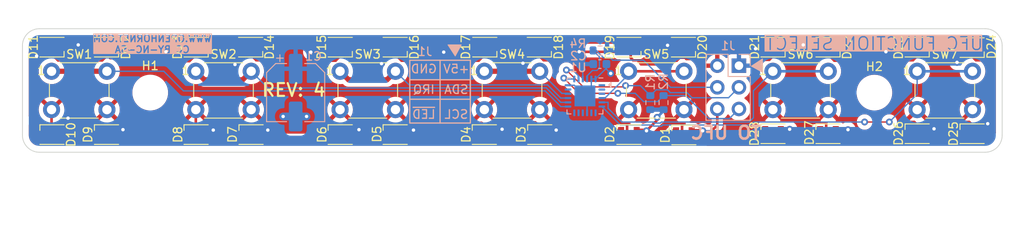
<source format=kicad_pcb>
(kicad_pcb (version 20240108) (generator "pcbnew") (generator_version "8.0")
  (layers (0 "F.Cu" mixed) (31 "B.Cu" mixed) (34 "B.Paste" user) (35 "F.Paste" user) (36 "B.SilkS" user "B.Silkscreen") (37 "F.SilkS" user "F.Silkscreen") (38 "B.Mask" user) (39 "F.Mask" user) (44 "Edge.Cuts" user))
  (net 0 "")
  (net 1 "GND")
  (net 2 "+5V")
  (net 3 "SCL")
  (net 4 "SDA")
  (net 5 "/ILS_SW")
  (net 6 "/IFF_SW")
  (net 7 "/TCN_SW")
  (net 8 "/AP_SW")
  (net 9 "Net-(D1-DOUT)")
  (net 11 "/BCN_SW")
  (net 12 "/ON_SW")
  (net 13 "/DL_SW")
  (net 22 "BL DATA")
  (net 23 "Net-(D2-DOUT)")
  (net 24 "Net-(D3-DOUT)")
  (net 25 "Net-(D4-DOUT)")
  (net 26 "Net-(D5-DOUT)")
  (net 27 "Net-(D6-DOUT)")
  (net 28 "Net-(D7-DOUT)")
  (net 29 "/BL_DATA2")
  (net 30 "Net-(D10-DIN)")
  (net 31 "Net-(D10-DOUT)")
  (net 32 "Net-(D11-DOUT)")
  (net 33 "Net-(D12-DOUT)")
  (net 34 "Net-(D13-DOUT)")
  (net 35 "Net-(D14-DOUT)")
  (net 36 "Net-(D15-DOUT)")
  (net 37 "/BL_DATA3")
  (net 38 "Net-(D17-DOUT)")
  (net 39 "Net-(D18-DOUT)")
  (net 40 "Net-(D19-DOUT)")
  (net 41 "Net-(D20-DOUT)")
  (net 42 "Net-(D21-DOUT)")
  (net 43 "Net-(D22-DOUT)")
  (net 44 "Net-(D23-DOUT)")
  (net 45 "/BL_DATA4")
  (net 46 "Net-(D25-DOUT)")
  (net 47 "Net-(D26-DOUT)")
  (net 48 "Net-(D27-DOUT)")
  (net 50 "KB_IRQ")
  (footprint "OH_Footprints:MountingHole_3.2mm_M3_DIN965" (layer "F.Cu") (at 191.005498 90.721398)
    (property "Reference" "H2")
    (property "Value" "~" (hide yes))
  )
  (footprint "OH_Footprints:MountingHole_3.2mm_M3_DIN965" (layer "F.Cu") (at 106.005498 90.721398)
    (property "Reference" "H1")
    (property "Value" "~" (hide yes))
  )
  (footprint "OH_Footprints:LED_WS2812B-2020_PLCC4_2.0x2.0mm" (layer "F.Cu") (at 196.023098 85.387398 180)
    (property "Reference" "D23")
    (property "Value" "WS2812B-2020")
  )
  (footprint "OH_Footprints:LED_WS2812B-2020_PLCC4_2.0x2.0mm" (layer "F.Cu") (at 145.223098 95.648998)
    (property "Reference" "D4")
    (property "Value" "WS2812B-2020")
  )
  (footprint "OH_Footprints:LED_WS2812B-2020_PLCC4_2.0x2.0mm" (layer "F.Cu") (at 151.725498 95.648998)
    (property "Reference" "D3")
    (property "Value" "WS2812B-2020")
  )
  (footprint "OH_Footprints:LED_WS2812B-2020_PLCC4_2.0x2.0mm" (layer "F.Cu") (at 185.558298 95.547398)
    (property "Reference" "D27")
    (property "Value" "WS2812B-2020")
  )
  (footprint "OH_Footprints:LED_WS2812B-2020_PLCC4_2.0x2.0mm" (layer "F.Cu") (at 168.641298 95.690998)
    (property "Reference" "D1")
    (property "Value" "WS2812B-2020")
  )
  (footprint "OH_Footprints:LED_WS2812B-2020_PLCC4_2.0x2.0mm" (layer "F.Cu") (at 196.023098 95.547398)
    (property "Reference" "D26")
    (property "Value" "WS2812B-2020")
  )
  (footprint "OH_Footprints:LED_WS2812B-2020_PLCC4_2.0x2.0mm" (layer "F.Cu") (at 128.306698 85.387398 180)
    (property "Reference" "D15")
    (property "Value" "WS2812B-2020")
  )
  (footprint "OH_Footprints:Omron_B3F-1026" (layer "F.Cu") (at 196.022998 88.216998)
    (property "Reference" "SW7")
    (property "Value" "B3F-1026")
  )
  (footprint "OH_Footprints:LED_WS2812B-2020_PLCC4_2.0x2.0mm" (layer "F.Cu") (at 168.591098 85.387398 180)
    (property "Reference" "D20")
    (property "Value" "WS2812B-2020")
  )
  (footprint "OH_Footprints:LED_WS2812B-2020_PLCC4_2.0x2.0mm" (layer "F.Cu") (at 111.390298 85.387398 180)
    (property "Reference" "D13")
    (property "Value" "WS2812B-2020")
  )
  (footprint "OH_Footprints:Omron_B3F-1026" (layer "F.Cu") (at 145.222998 88.216998)
    (property "Reference" "SW4")
    (property "Value" "B3F-1026")
  )
  (footprint "OH_Footprints:Omron_B3F-1026" (layer "F.Cu") (at 128.2897 88.217)
    (property "Reference" "SW3")
    (property "Value" "B3F-1026")
  )
  (footprint "OH_Footprints:LED_WS2812B-2020_PLCC4_2.0x2.0mm" (layer "F.Cu") (at 94.473898 95.648998)
    (property "Reference" "D10")
    (property "Value" "WS2812B-2020")
  )
  (footprint "OH_Footprints:Omron_B3F-1026" (layer "F.Cu") (at 111.356331 88.216998)
    (property "Reference" "SW2")
    (property "Value" "B3F-1026")
  )
  (footprint "OH_Footprints:LED_WS2812B-2020_PLCC4_2.0x2.0mm" (layer "F.Cu") (at 202.474698 95.547398)
    (property "Reference" "D25")
    (property "Value" "WS2812B-2020")
  )
  (footprint "OH_Footprints:LED_WS2812B-2020_PLCC4_2.0x2.0mm" (layer "F.Cu") (at 117.841898 95.648998)
    (property "Reference" "D7")
    (property "Value" "WS2812B-2020")
  )
  (footprint "OH_Footprints:LED_WS2812B-2020_PLCC4_2.0x2.0mm" (layer "F.Cu") (at 162.190298 95.648998)
    (property "Reference" "D2")
    (property "Value" "WS2812B-2020")
  )
  (footprint "OH_Footprints:LED_WS2812B-2020_PLCC4_2.0x2.0mm" (layer "F.Cu") (at 202.474698 85.438198 180)
    (property "Reference" "D24")
    (property "Value" "WS2812B-2020")
  )
  (footprint "OH_Footprints:LED_WS2812B-2020_PLCC4_2.0x2.0mm" (layer "F.Cu") (at 128.306698 95.648998)
    (property "Reference" "D6")
    (property "Value" "WS2812B-2020")
  )
  (footprint "OH_Footprints:LED_WS2812B-2020_PLCC4_2.0x2.0mm" (layer "F.Cu") (at 134.758298 85.387398 180)
    (property "Reference" "D16")
    (property "Value" "WS2812B-2020")
  )
  (footprint "OH_Footprints:LED_WS2812B-2020_PLCC4_2.0x2.0mm" (layer "F.Cu") (at 162.190298 85.387398 180)
    (property "Reference" "D19")
    (property "Value" "WS2812B-2020")
  )
  (footprint "OH_Footprints:Omron_B3F-1026" (layer "F.Cu") (at 94.422998 88.216998)
    (property "Reference" "SW1")
    (property "Value" "B3F-1026")
  )
  (footprint "OH_Footprints:LED_WS2812B-2020_PLCC4_2.0x2.0mm" (layer "F.Cu") (at 94.473898 85.387398 180)
    (property "Reference" "D11")
    (property "Value" "WS2812B-2020")
  )
  (footprint "OH_Footprints:Omron_B3F-1026" (layer "F.Cu") (at 179.089665 88.216998)
    (property "Reference" "SW6")
    (property "Value" "B3F-1026")
  )
  (footprint "OH_Footprints:LED_WS2812B-2020_PLCC4_2.0x2.0mm" (layer "F.Cu") (at 134.758298 95.648998)
    (property "Reference" "D5")
    (property "Value" "WS2812B-2020")
  )
  (footprint "OH_Footprints:LED_WS2812B-2020_PLCC4_2.0x2.0mm" (layer "F.Cu") (at 179.106698 85.387398 180)
    (property "Reference" "D21")
    (property "Value" "WS2812B-2020")
  )
  (footprint "OH_Footprints:LED_WS2812B-2020_PLCC4_2.0x2.0mm" (layer "F.Cu") (at 100.874698 95.648998)
    (property "Reference" "D9")
    (property "Value" "WS2812B-2020")
  )
  (footprint "OH_Footprints:LED_WS2812B-2020_PLCC4_2.0x2.0mm" (layer "F.Cu") (at 111.390298 95.648998)
    (property "Reference" "D8")
    (property "Value" "WS2812B-2020")
  )
  (footprint "OH_Footprints:Omron_B3F-1026" (layer "F.Cu") (at 162.156331 88.216998)
    (property "Reference" "SW5")
    (property "Value" "B3F-1026")
  )
  (footprint "OH_Footprints:LED_WS2812B-2020_PLCC4_2.0x2.0mm" (layer "F.Cu") (at 117.791098 85.387398 180)
    (property "Reference" "D14")
    (property "Value" "WS2812B-2020")
  )
  (footprint "OH_Footprints:LED_WS2812B-2020_PLCC4_2.0x2.0mm" (layer "F.Cu") (at 185.558298 85.387398 180)
    (property "Reference" "D22")
    (property "Value" "WS2812B-2020")
  )
  (footprint "OH_Footprints:LED_WS2812B-2020_PLCC4_2.0x2.0mm" (layer "F.Cu") (at 100.874698 85.387398 180)
    (property "Reference" "D12")
    (property "Value" "WS2812B-2020")
  )
  (footprint "OH_Footprints:LED_WS2812B-2020_PLCC4_2.0x2.0mm" (layer "F.Cu") (at 179.106698 95.547398)
    (property "Reference" "D28")
    (property "Value" "WS2812B-2020")
  )
  (footprint "OH_Footprints:LED_WS2812B-2020_PLCC4_2.0x2.0mm" (layer "F.Cu") (at 145.273898 85.387398 180)
    (property "Reference" "D17")
    (property "Value" "WS2812B-2020")
  )
  (footprint "OH_Footprints:LED_WS2812B-2020_PLCC4_2.0x2.0mm" (layer "F.Cu") (at 151.674698 85.387398 180)
    (property "Reference" "D18")
    (property "Value" "WS2812B-2020")
  )
  (footprint "Connector_PinHeader_2.54mm:PinHeader_2x03_P2.54mm_Vertical" (layer "B.Cu") (at 175.105498 87.561398 180)
    (property "Reference" "J1")
    (property "Value" "TO UFC")
  )
  (footprint "Package_DFN_QFN:VQFN-24-1EP_4x4mm_P0.5mm_EP2.45x2.45mm" (layer "B.Cu") (at 157.030258 91.110638 180)
    (property "Reference" "U1")
    (property "Value" "PCA9555RGER")
  )
  (footprint "Capacitor_SMD:CP_Elec_6.3x5.4" (layer "B.Cu") (at 123.074298 90.721398 -90)
    (property "Reference" "C1")
    (property "Value" "100uF")
  )
  (footprint "Resistor_SMD:R_0603_1608Metric" (layer "B.Cu") (at 164.705498 91.896398 90)
    (property "Reference" "R1")
    (property "Value" "4.7k")
  )
  (footprint "Resistor_SMD:R_0603_1608Metric" (layer "B.Cu") (at 166.255498 91.896398 -90)
    (property "Reference" "R2")
    (property "Value" "4.7k")
  )
  (footprint "Capacitor_SMD:C_0603_1608Metric" (layer "B.Cu") (at 158.780498 87.371398 180)
    (property "Reference" "C2")
    (property "Value" ".1uF")
  )
  (footprint "Resistor_SMD:R_0603_1608Metric" (layer "B.Cu") (at 158.805498 85.771398)
    (property "Reference" "R4")
    (property "Value" "10K")
  )
  (gr_line (start 143.583498 91.498398) (end 143.583498 89.212398) (stroke (width 0.15)) (layer "B.SilkS"))
  (gr_poly (pts (xy 177.869187 88.318217) (xy 176.569187 87.618217) (xy 177.869187 86.768217)) (stroke (width 0.1)) (fill solid) (layer "B.SilkS"))
  (gr_line (start 140.027498 86.926398) (end 140.027498 94.292398) (stroke (width 0.15)) (layer "B.SilkS"))
  (gr_poly (pts (xy 159.805498 89.821398) (xy 160.105498 89.521398) (xy 160.105498 90.121398)) (stroke (width 0.1)) (fill solid) (layer "B.SilkS"))
  (gr_line (start 143.583498 89.212398) (end 136.471498 89.212398) (stroke (width 0.15)) (layer "B.SilkS"))
  (gr_line (start 136.471498 91.498398) (end 143.583498 91.498398) (stroke (width 0.15)) (layer "B.SilkS"))
  (gr_poly (pts (xy 142.505498 85.118398) (xy 141.805498 86.418398) (xy 140.955498 85.118398)) (stroke (width 0.1)) (fill solid) (layer "B.SilkS"))
  (gr_rect (start 136.471498 86.926398) (end 143.583498 94.292398) (stroke (width 0.15)) (fill none) (layer "B.SilkS"))
  (gr_line (start 91.005498 95.721398) (end 91.005498 85.221398) (stroke (width 0.1)) (layer "Edge.Cuts"))
  (gr_arc (start 91.005498 85.221398) (mid 91.591284 83.807184) (end 93.005498 83.221398) (stroke (width 0.1)) (layer "Edge.Cuts"))
  (gr_arc (start 206.005498 95.721398) (mid 205.419712 97.135612) (end 204.005498 97.721398) (stroke (width 0.1)) (layer "Edge.Cuts"))
  (gr_line (start 93.005498 83.221398) (end 204.005498 83.221398) (stroke (width 0.1)) (layer "Edge.Cuts"))
  (gr_line (start 204.005498 97.721398) (end 93.005498 97.721398) (stroke (width 0.1)) (layer "Edge.Cuts"))
  (gr_arc (start 93.005498 97.721398) (mid 91.591284 97.135612) (end 91.005498 95.721398) (stroke (width 0.1)) (layer "Edge.Cuts"))
  (gr_line (start 206.005498 85.221398) (end 206.005498 95.721398) (stroke (width 0.1)) (layer "Edge.Cuts"))
  (gr_arc (start 204.005498 83.221398) (mid 205.419712 83.807184) (end 206.005498 85.221398) (stroke (width 0.1)) (layer "Edge.Cuts"))
  (gr_text "WWW.OPENHORNET.COM\nCC BY-NC-SA" (at 106.245498 85.021398 0) (layer "B.SilkS" knockout) (effects (font (size 0.8 0.8)) (justify mirror)))
  (gr_text "SCL" (at 141.932498 93.272398 0) (layer "B.SilkS") (effects (font (size 1 1)) (justify mirror)))
  (gr_text "~{LED}" (at 138.122498 93.272398 0) (layer "B.SilkS") (effects (font (size 1 1)) (justify mirror)))
  (gr_text "J1" (at 138.249498 85.910398 0) (layer "B.SilkS") (effects (font (size 1 1)) (justify mirror)))
  (gr_text "+5V" (at 141.932498 87.942398 0) (layer "B.SilkS") (effects (font (size 1 1)) (justify mirror)))
  (gr_text "GND" (at 138.122498 87.942398 0) (layer "B.SilkS") (effects (font (size 1 1)) (justify mirror)))
  (gr_text "UFC FUNCTION SELECT" (at 190.992164 84.975398 0) (layer "B.SilkS" knockout) (effects (font (size 1.5 1.5)) (justify mirror)))
  (gr_text "SDA" (at 141.932498 90.362398 0) (layer "B.SilkS") (effects (font (size 1 1)) (justify mirror)))
  (gr_text "IRQ" (at 138.122498 90.362398 0) (layer "B.SilkS") (effects (font (size 1 1)) (justify mirror)))
  (gr_text "REV: 4" (at 122.855498 90.421398 0) (layer "F.SilkS") (effects (font (size 1.5 1.5) (thickness 0.25) (bold yes))))
  (segment (start 185.770898 84.884998) (end 185.770898 86.436798) (width 0.3048) (layer "F.Cu") (net 1))
  (segment (start 195.810498 95.699798) (end 195.810498 94.294998) (width 0.3048) (layer "F.Cu") (net 1))
  (segment (start 202.687298 84.935798) (end 202.687298 86.690598) (width 0.3048) (layer "F.Cu") (net 1))
  (segment (start 145.061298 85.660198) (end 145.061298 86.465598) (width 0.3048) (layer "F.Cu") (net 1))
  (segment (start 168.155498 86.621398) (end 167.805498 86.971398) (width 0.3048) (layer "F.Cu") (net 1))
  (segment (start 168.428698 94.438598) (end 168.311498 94.321398) (width 0.3048) (layer "F.Cu") (net 1))
  (segment (start 94.213698 96.198998) (end 94.422998 95.989698) (width 0.3048) (layer "F.Cu") (net 1))
  (segment (start 185.298098 96.097398) (end 185.345698 96.049798) (width 0.3048) (layer "F.Cu") (net 1))
  (segment (start 178.662498 86.871398) (end 177.055498 86.871398) (width 0.3048) (layer "F.Cu") (net 1))
  (segment (start 169.506098 84.837398) (end 168.851298 84.837398) (width 0.3048) (layer "F.Cu") (net 1))
  (segment (start 167.726298 96.240998) (end 168.381098 96.240998) (width 0.3048) (layer "F.Cu") (net 1))
  (segment (start 151.887298 84.884998) (end 151.887298 86.621398) (width 0.3048) (layer "F.Cu") (net 1))
  (segment (start 184.643298 96.097398) (end 185.298098 96.097398) (width 0.3048) (layer "F.Cu") (net 1))
  (segment (start 162.402898 86.639798) (end 162.684498 86.921398) (width 0.3048) (layer "F.Cu") (net 1))
  (segment (start 150.810498 96.198998) (end 151.465298 96.198998) (width 0.3048) (layer "F.Cu") (net 1))
  (segment (start 168.803698 86.621398) (end 168.155498 86.621398) (width 0.3048) (layer "F.Cu") (net 1))
  (segment (start 167.805498 86.971398) (end 166.705498 86.971398) (width 0.3048) (layer "F.Cu") (net 1))
  (segment (start 95.185098 86.936798) (end 100.365098 86.936798) (width 0.3048) (layer "F.Cu") (net 1))
  (segment (start 144.555498 86.971398) (end 143.205498 86.971398) (width 0.3048) (layer "F.Cu") (net 1))
  (segment (start 163.105298 84.837398) (end 162.450498 84.837398) (width 0.3048) (layer "F.Cu") (net 1))
  (segment (start 117.629298 95.801398) (end 117.629298 94.396598) (width 0.3048) (layer "F.Cu") (net 1))
  (segment (start 151.205498 94.221398) (end 149.755498 94.221398) (width 0.3048) (layer "F.Cu") (net 1))
  (segment (start 145.884098 84.837398) (end 145.061298 85.660198) (width 0.3048) (layer "F.Cu") (net 1))
  (segment (start 162.684498 86.921398) (end 163.655498 86.921398) (width 0.3048) (layer "F.Cu") (net 1))
  (segment (start 177.055498 86.871398) (end 176.055498 85.871398) (width 0.3048) (layer "F.Cu") (net 1))
  (segment (start 99.959698 96.198998) (end 100.614498 96.198998) (width 0.3048) (layer "F.Cu") (net 1))
  (segment (start 202.214498 96.097398) (end 202.262098 96.049798) (width 0.3048) (layer "F.Cu") (net 1))
  (segment (start 100.662098 94.396598) (end 99.130298 94.396598) (width 0.3048) (layer "F.Cu") (net 1))
  (segment (start 111.130098 96.198998) (end 111.356331 95.972765) (width 0.3048) (layer "F.Cu") (net 1))
  (segment (start 116.926898 96.198998) (end 117.231698 96.198998) (width 0.3048) (layer "F.Cu") (net 1))
  (segment (start 115.905498 94.371398) (end 115.805498 94.471398) (width 0.3048) (layer "F.Cu") (net 1))
  (segment (start 118.455498 86.921398) (end 119.705498 86.921398) (width 0.3048) (layer "F.Cu") (net 1))
  (segment (start 117.629298 94.396598) (end 117.604098 94.371398) (width 0.3048) (layer "F.Cu") (net 1))
  (segment (start 146.188898 84.837398) (end 145.884098 84.837398) (width 0.3048) (layer "F.Cu") (net 1))
  (segment (start 129.221698 84.837398) (end 128.566898 84.837398) (width 0.3048) (layer "F.Cu") (net 1))
  (segment (start 202.262098 96.049798) (end 202.262098 94.294998) (width 0.3048) (layer "F.Cu") (net 1))
  (segment (start 151.887298 86.621398) (end 152.187298 86.921398) (width 0.3048) (layer "F.Cu") (net 1))
  (segment (start 185.345698 96.049798) (end 185.345698 94.294998) (width 0.3048) (layer "F.Cu") (net 1))
  (segment (start 94.422998 95.989698) (end 94.422998 92.716998) (width 0.3048) (layer "F.Cu") (net 1))
  (segment (start 110.475298 96.198998) (end 111.130098 96.198998) (width 0.3048) (layer "F.Cu") (net 1))
  (segment (start 101.789698 84.837398) (end 101.484898 84.837398) (width 0.3048) (layer "F.Cu") (net 1))
  (segment (start 135.673298 84.837398) (end 135.018498 84.837398) (width 0.3048) (layer "F.Cu") (net 1))
  (segment (start 195.528898 86.921398) (end 194.405498 86.921398) (width 0.3048) (layer "F.Cu") (net 1))
  (segment (start 128.094098 85.310198) (end 128.094098 86.639798) (width 0.3048) (layer "F.Cu") (net 1))
  (segment (start 144.612898 96.198998) (end 145.055498 95.756398) (width 0.3048) (layer "F.Cu") (net 1))
  (segment (start 134.970898 84.884998) (end 134.970898 86.436798) (width 0.3048) (layer "F.Cu") (net 1))
  (segment (start 118.051298 84.837398) (end 118.003698 84.884998) (width 0.3048) (layer "F.Cu") (net 1))
  (segment (start 186.473298 84.837398) (end 185.818498 84.837398) (width 0.3048) (layer "F.Cu") (net 1))
  (segment (start 202.262098 94.294998) (end 202.138498 94.171398) (width 0.3048) (layer "F.Cu") (net 1))
  (segment (start 168.935298 86.771398) (end 170.505498 86.771398) (width 0.3048) (layer "F.Cu") (net 1))
  (segment (start 100.614498 96.198998) (end 100.662098 96.151398) (width 0.3048) (layer "F.Cu") (net 1))
  (segment (start 195.412898 96.097398) (end 195.810498 95.699798) (width 0.3048) (layer "F.Cu") (net 1))
  (segment (start 185.322098 94.271398) (end 183.455498 94.271398) (width 0.3048) (layer "F.Cu") (net 1))
  (segment (start 145.055498 95.756398) (end 145.055498 94.441598) (width 0.3048) (layer "F.Cu") (net 1))
  (segment (start 195.686898 94.171398) (end 194.055498 94.171398) (width 0.3048) (layer "F.Cu") (net 1))
  (segment (start 118.003698 84.884998) (end 118.003698 86.469598) (width 0.3048) (layer "F.Cu") (net 1))
  (segment (start 134.520498 94.371398) (end 132.655498 94.371398) (width 0.3048) (layer "F.Cu") (net 1))
  (segment (start 101.087298 85.234998) (end 101.087298 86.438198) (width 0.3048) (layer "F.Cu") (net 1))
  (segment (start 127.391698 96.198998) (end 128.046498 96.198998) (width 0.3048) (layer "F.Cu") (net 1))
  (segment (start 151.934898 84.837398) (end 151.887298 84.884998) (width 0.3048) (layer "F.Cu") (net 1))
  (segment (start 145.055498 94.441598) (end 144.885298 94.271398) (width 0.3048) (layer "F.Cu") (net 1))
  (segment (start 168.428698 96.193398) (end 168.428698 94.438598) (width 0.3048) (layer "F.Cu") (net 1))
  (segment (start 111.177698 86.449198) (end 110.605498 87.021398) (width 0.3048) (layer "F.Cu") (net 1))
  (segment (start 162.450498 84.837398) (end 162.402898 84.884998) (width 0.3048) (layer "F.Cu") (net 1))
  (segment (start 94.346898 86.098598) (end 95.185098 86.936798) (width 0.3048) (layer "F.Cu") (net 1))
  (segment (start 162.402898 84.884998) (end 162.402898 86.639798) (width 0.3048) (layer "F.Cu") (net 1))
  (segment (start 195.810498 86.639798) (end 195.528898 86.921398) (width 0.3048) (layer "F.Cu") (net 1))
  (segment (start 176.055498 85.871398) (end 174.705498 85.871398) (width 0.3048) (layer "F.Cu") (net 1))
  (segment (start 201.605498 94.171398) (end 201.305498 93.871398) (width 0.3048) (layer "F.Cu") (net 1))
  (segment (start 135.018498 84.837398) (end 134.970898 84.884998) (width 0.3048) (layer "F.Cu") (net 1))
  (segment (start 128.566898 84.837398) (end 128.094098 85.310198) (width 0.3048) (layer "F.Cu") (net 1))
  (segment (start 100.863698 86.438198) (end 101.087298 86.438198) (width 0.3048) (layer "F.Cu") (net 1))
  (segment (start 168.311498 94.321398) (end 167.141098 94.321398) (width 0.3048) (layer "F.Cu") (net 1))
  (segment (start 118.003698 86.469598) (end 118.455498 86.921398) (width 0.3048) (layer "F.Cu") (net 1))
  (segment (start 134.545698 95.801398) (end 134.545698 94.396598) (width 0.3048) (layer "F.Cu") (net 1))
  (segment (start 100.662098 96.151398) (end 100.662098 94.396598) (width 0.3048) (layer "F.Cu") (net 1))
  (segment (start 134.545698 94.396598) (end 134.520498 94.371398) (width 0.3048) (layer "F.Cu") (net 1))
  (segment (start 202.687298 86.690598) (end 202.918098 86.921398) (width 0.3048) (layer "F.Cu") (net 1))
  (segment (start 133.843298 96.198998) (end 134.148098 96.198998) (width 0.3048) (layer "F.Cu") (net 1))
  (segment (start 145.061298 86.465598) (end 144.555498 86.971398) (width 0.3048) (layer "F.Cu") (net 1))
  (segment (start 101.484898 84.837398) (end 101.087298 85.234998) (width 0.3048) (layer "F.Cu") (net 1))
  (segment (start 134.148098 96.198998) (end 134.545698 95.801398) (width 0.3048) (layer "F.Cu") (net 1))
  (segment (start 112.305298 84.837398) (end 111.650498 84.837398) (width 0.3048) (layer "F.Cu") (net 1))
  (segment (start 94.346898 85.224598) (end 94.346898 86.098598) (width 0.3048) (layer "F.Cu") (net 1))
  (segment (start 168.381098 96.240998) (end 168.428698 96.193398) (width 0.3048) (layer "F.Cu") (net 1))
  (segment (start 111.356331 95.972765) (end 111.356331 92.716998) (width 0.3048) (layer "F.Cu") (net 1))
  (segment (start 111.650498 84.837398) (end 111.177698 85.310198) (width 0.3048) (layer "F.Cu") (net 1))
  (segment (start 195.810498 85.310198) (end 195.810498 86.639798) (width 0.3048) (layer "F.Cu") (net 1))
  (segment (start 151.512898 94.528798) (end 151.205498 94.221398) (width 0.3048) (layer "F.Cu") (net 1))
  (segment (start 201.559698 96.097398) (end 202.214498 96.097398) (width 0.3048) (layer "F.Cu") (net 1))
  (segment (start 128.094098 94.396598) (end 128.068898 94.371398) (width 0.3048) (layer "F.Cu") (net 1))
  (segment (start 94.734098 84.837398) (end 94.346898 85.224598) (width 0.3048) (layer "F.Cu") (net 1))
  (segment (start 161.275298 96.198998) (end 161.930098 96.198998) (width 0.3048) (layer "F.Cu") (net 1))
  (segment (start 161.977698 94.396598) (end 161.952498 94.371398) (width 0.3048) (layer "F.Cu") (net 1))
  (segment (start 117.604098 94.371398) (end 115.905498 94.371398) (width 0.3048) (layer "F.Cu") (net 1))
  (segment (start 202.138498 94.171398) (end 201.605498 94.171398) (width 0.3048) (layer "F.Cu") (net 1))
  (segment (start 128.046498 96.198998) (end 128.094098 96.151398) (width 0.3048) (layer "F.Cu") (net 1))
  (segment (start 202.734898 84.888198) (end 202.687298 84.935798) (width 0.3048) (layer "F.Cu") (net 1))
  (segment (start 178.894098 85.660198) (end 178.894098 86.639798) (width 0.3048) (layer "F.Cu") (net 1))
  (segment (start 101.087298 86.438198) (end 101.331898 86.682798) (width 0.3048) (layer "F.Cu") (net 1))
  (segment (start 127.762498 86.971398) (end 126.655498 86.971398) (width 0.3048) (layer "F.Cu") (net 1))
  (segment (start 168.851298 84.837398) (end 168.803698 84.884998) (width 0.3048) (layer "F.Cu") (net 1))
  (segment (start 99.130298 94.396598) (end 98.955498 94.571398) (width 0.3048) (layer "F.Cu") (net 1))
  (segment (start 178.894098 86.639798) (end 178.662498 86.871398) (width 0.3048) (layer "F.Cu") (net 1))
  (segment (start 196.938098 84.837398) (end 196.283298 84.837398) (width 0.3048) (layer "F.Cu") (net 1))
  (segment (start 195.810498 94.294998) (end 195.686898 94.171398) (width 0.3048) (layer "F.Cu") (net 1))
  (segment (start 118.706098 84.837398) (end 118.051298 84.837398) (width 0.3048) (layer "F.Cu") (net 1))
  (segment (start 168.803698 84.884998) (end 168.803698 86.621398) (width 0.3048) (layer "F.Cu") (net 1))
  (segment (start 128.094098 96.151398) (end 128.094098 94.396598) (width 0.3048) (layer "F.Cu") (net 1))
  (segment (start 144.885298 94.271398) (end 142.805498 94.271398) (width 0.3048) (layer "F.Cu") (net 1))
  (segment (start 168.803698 86.639798) (end 168.935298 86.771398) (width 0.3048) (layer "F.Cu") (net 1))
  (segment (start 161.977698 96.151398) (end 161.977698 94.396598) (width 0.3048) (layer "F.Cu") (net 1))
  (segment (start 110.605498 87.021398) (end 109.605498 87.021398) (width 0.3048) (layer "F.Cu") (net 1))
  (segment (start 167.141098 94.321398) (end 167.041098 94.421398) (width 0.3048) (layer "F.Cu") (net 1))
  (segment (start 179.716898 84.837398) (end 178.894098 85.660198) (width 0.3048) (layer "F.Cu") (net 1))
  (segment (start 100.365098 86.936798) (end 100.863698 86.438198) (width 0.3048) (layer "F.Cu") (net 1))
  (segment (start 185.818498 84.837398) (end 185.770898 84.884998) (width 0.3048) (layer "F.Cu") (net 1))
  (segment (start 151.512898 96.151398) (end 151.512898 94.528798) (width 0.3048) (layer "F.Cu") (net 1))
  (segment (start 128.094098 86.639798) (end 127.762498 86.971398) (width 0.3048) (layer "F.Cu") (net 1))
  (segment (start 161.952498 94.371398) (end 160.205498 94.371398) (width 0.3048) (layer "F.Cu") (net 1))
  (segment (start 144.308098 96.198998) (end 144.612898 96.198998) (width 0.3048) (layer "F.Cu") (net 1))
  (segment (start 196.283298 84.837398) (end 195.810498 85.310198) (width 0.3048) (layer "F.Cu") (net 1))
  (segment (start 202.918098 86.921398) (end 204.105498 86.921398) (width 0.3048) (layer "F.Cu") (net 1))
  (segment (start 93.558898 96.198998) (end 94.213698 96.198998) (width 0.3048) (layer "F.Cu") (net 1))
  (segment (start 128.068898 94.371398) (end 126.255498 94.371398) (width 0.3048) (layer "F.Cu") (net 1))
  (segment (start 204.105498 86.921398) (end 204.255498 87.071398) (width 0.3048) (layer "F.Cu") (net 1))
  (segment (start 195.108098 96.097398) (end 195.412898 96.097398) (width 0.3048) (layer "F.Cu") (net 1))
  (segment (start 111.177698 85.310198) (end 111.177698 86.449198) (width 0.3048) (layer "F.Cu") (net 1))
  (segment (start 117.231698 96.198998) (end 117.629298 95.801398) (width 0.3048) (layer "F.Cu") (net 1))
  (segment (start 161.930098 96.198998) (end 161.977698 96.151398) (width 0.3048) (layer "F.Cu") (net 1))
  (segment (start 135.505498 86.971398) (end 136.705498 86.971398) (width 0.3048) (layer "F.Cu") (net 1))
  (segment (start 185.770898 86.436798) (end 186.305498 86.971398) (width 0.3048) (layer "F.Cu") (net 1))
  (segment (start 151.465298 96.198998) (end 151.512898 96.151398) (width 0.3048) (layer "F.Cu") (net 1))
  (segment (start 134.970898 86.436798) (end 135.505498 86.971398) (width 0.3048) (layer "F.Cu") (net 1))
  (segment (start 95.388898 84.837398) (end 94.734098 84.837398) (width 0.3048) (layer "F.Cu") (net 1))
  (segment (start 168.803698 86.621398) (end 168.803698 86.639798) (width 0.3048) (layer "F.Cu") (net 1))
  (segment (start 185.345698 94.294998) (end 185.322098 94.271398) (width 0.3048) (layer "F.Cu") (net 1))
  (segment (start 152.187298 86.921398) (end 153.455498 86.921398) (width 0.3048) (layer "F.Cu") (net 1))
  (segment (start 152.589698 84.837398) (end 151.934898 84.837398) (width 0.3048) (layer "F.Cu") (net 1))
  (segment (start 180.021698 84.837398) (end 179.716898 84.837398) (width 0.3048) (layer "F.Cu") (net 1))
  (segment (start 101.331898 86.682798) (end 103.363898 86.682798) (width 0.3048) (layer "F.Cu") (net 1))
  (segment (start 186.305498 86.971398) (end 187.055498 86.971398) (width 0.3048) (layer "F.Cu") (net 1))
  (segment (start 203.389698 84.888198) (end 202.734898 84.888198) (width 0.3048) (layer "F.Cu") (net 1))
  (via (at 124.355498 93.521398) (size 0.8) (drill 0.4) (layers "F.Cu" "B.Cu") (net 1))
  (via (at 121.605498 93.521398) (size 0.8) (drill 0.4) (layers "F.Cu" "B.Cu") (net 1))
  (via (at 160.055498 88.471398) (size 0.8) (drill 0.4) (layers "F.Cu" "B.Cu") (net 1))
  (segment (start 157.280258 93.098138) (end 157.280258 91.360638) (width 0.1524) (layer "B.Cu") (net 1))
  (segment (start 159.555498 87.847898) (end 159.555498 87.371398) (width 0.1524) (layer "B.Cu") (net 1))
  (segment (start 158.280258 89.123138) (end 157.780258 89.123138) (width 0.1524) (layer "B.Cu") (net 1))
  (segment (start 157.780258 89.123138) (end 157.780258 90.360638) (width 0.1524) (layer "B.Cu") (net 1))
  (segment (start 123.074298 93.521398) (end 121.605498 93.521398) (width 0.9144) (layer "B.Cu") (net 1))
  (segment (start 158.280258 89.123138) (end 159.555498 87.847898) (width 0.1524) (layer "B.Cu") (net 1))
  (segment (start 155.042758 89.860638) (end 155.780258 89.860638) (width 0.1524) (layer "B.Cu") (net 1))
  (segment (start 157.780258 90.360638) (end 157.030258 91.110638) (width 0.1524) (layer "B.Cu") (net 1))
  (segment (start 159.555498 87.371398) (end 159.555498 87.971398) (width 0.1524) (layer "B.Cu") (net 1))
  (segment (start 157.280258 91.360638) (end 157.030258 91.110638) (width 0.1524) (layer "B.Cu") (net 1))
  (segment (start 155.780258 89.860638) (end 157.030258 91.110638) (width 0.1524) (layer "B.Cu") (net 1))
  (segment (start 159.555498 87.971398) (end 160.055498 88.471398) (width 0.1524) (layer "B.Cu") (net 1))
  (segment (start 123.074298 93.521398) (end 124.355498 93.521398) (width 0.9144) (layer "B.Cu") (net 1))
  (segment (start 102.777898 95.098998) (end 102.805498 95.071398) (width 0.3048) (layer "F.Cu") (net 2))
  (segment (start 170.795135 95.140998) (end 170.853136 95.198999) (width 0.3048) (layer "F.Cu") (net 2))
  (segment (start 195.108098 85.937398) (end 192.371498 85.937398) (width 0.3048) (layer "F.Cu") (net 2))
  (segment (start 133.843298 85.937398) (end 133.843298 86.633598) (width 0.3048) (layer "F.Cu") (net 2))
  (segment (start 101.789698 95.098998) (end 102.777898 95.098998) (width 0.3048) (layer "F.Cu") (net 2))
  (segment (start 152.640498 95.098998) (end 153.633098 95.098998) (width 0.3048) (layer "F.Cu") (net 2))
  (segment (start 150.759698 85.937398) (end 150.759698 86.267198) (width 0.3048) (layer "F.Cu") (net 2))
  (segment (start 130.477898 95.098998) (end 130.505498 95.071398) (width 0.3048) (layer "F.Cu") (net 2))
  (segment (start 165.505498 93.621398) (end 165.505498 93.949846) (width 0.3048) (layer "F.Cu") (net 2))
  (segment (start 127.391698 85.937398) (end 124.889498 85.937398) (width 0.3048) (layer "F.Cu") (net 2))
  (segment (start 183.471498 85.937398) (end 182.655498 85.121398) (width 0.3048) (layer "F.Cu") (net 2))
  (segment (start 129.221698 95.098998) (end 130.477898 95.098998) (width 0.3048) (layer "F.Cu") (net 2))
  (segment (start 150.759698 86.267198) (end 149.755498 87.271398) (width 0.3048) (layer "F.Cu") (net 2))
  (segment (start 99.959698 85.937398) (end 98.371498 85.937398) (width 0.3048) (layer "F.Cu") (net 2))
  (segment (start 107.871498 85.937398) (end 107.855498 85.921398) (width 0.3048) (layer "F.Cu") (net 2))
  (segment (start 153.633098 95.098998) (end 153.655498 95.121398) (width 0.3048) (layer "F.Cu") (net 2))
  (segment (start 178.191698 85.937398) (end 177.421498 85.937398) (width 0.3048) (layer "F.Cu") (net 2))
  (segment (start 196.938098 94.997398) (end 197.979498 94.997398) (width 0.3048) (layer "F.Cu") (net 2))
  (segment (start 136.883098 95.098998) (end 136.905498 95.121398) (width 0.3048) (layer "F.Cu") (net 2))
  (segment (start 140.489498 85.937398) (end 140.455498 85.971398) (width 0.3048) (layer "F.Cu") (net 2))
  (segment (start 165.505498 93.949846) (end 164.256345 95.198999) (width 0.3048) (layer "F.Cu") (net 2))
  (segment (start 186.473298 94.997398) (end 187.831498 94.997398) (width 0.3048) (layer "F.Cu") (net 2))
  (segment (start 167.676098 85.937398) (end 167.492596 85.937398) (width 0.3048) (layer "F.Cu") (net 2))
  (segment (start 177.421498 85.937398) (end 177.055498 85.571398) (width 0.3048) (layer "F.Cu") (net 2))
  (segment (start 169.556298 95.140998) (end 170.795135 95.140998) (width 0.3048) (layer "F.Cu") (net 2))
  (segment (start 116.876098 85.937398) (end 116.876098 86.500798) (width 0.3048) (layer "F.Cu") (net 2))
  (segment (start 95.388898 95.098998) (end 95.388898 94.687998) (width 0.3048) (layer "F.Cu") (net 2))
  (segment (start 146.138098 95.098998) (end 147.227898 95.098998) (width 0.3048) (layer "F.Cu") (net 2))
  (segment (start 156.371498 85.937398) (end 156.355498 85.921398) (width 0.3048) (layer "F.Cu") (net 2))
  (segment (start 164.156344 95.098998) (end 164.256345 95.198999) (width 0.3048) (layer "F.Cu") (net 2))
  (segment (start 201.559698 85.988198) (end 201.559698 86.317198) (width 0.3048) (layer "F.Cu") (net 2))
  (segment (start 187.831498 94.997398) (end 187.905498 95.071398) (width 0.3048) (layer "F.Cu") (net 2))
  (segment (start 124.889498 85.937398) (end 124.855498 85.971398) (width 0.3048) (layer "F.Cu") (net 2))
  (segment (start 161.275298 85.937398) (end 156.371498 85.937398) (width 0.3048) (layer "F.Cu") (net 2))
  (segment (start 110.475298 85.937398) (end 107.871498 85.937398) (width 0.3048) (layer "F.Cu") (net 2))
  (segment (start 93.558898 85.937398) (end 93.161898 85.937398) (width 0.3048) (layer "F.Cu") (net 2))
  (segment (start 197.979498 94.997398) (end 198.005498 94.971398) (width 0.3048) (layer "F.Cu") (net 2))
  (segment (start 163.105298 95.098998) (end 164.156344 95.098998) (width 0.3048) (layer "F.Cu") (net 2))
  (segment (start 181.031498 94.997398) (end 181.055498 95.021398) (width 0.3048) (layer "F.Cu") (net 2))
  (segment (start 135.673298 95.098998) (end 136.883098 95.098998) (width 0.3048) (layer "F.Cu") (net 2))
  (segment (start 144.358898 85.937398) (end 140.489498 85.937398) (width 0.3048) (layer "F.Cu") (net 2))
  (segment (start 192.371498 85.937398) (end 192.355498 85.921398) (width 0.3048) (layer "F.Cu") (net 2))
  (segment (start 95.388898 94.687998) (end 96.355498 93.721398) (width 0.3048) (layer "F.Cu") (net 2))
  (segment (start 118.756898 95.098998) (end 119.783098 95.098998) (width 0.3048) (layer "F.Cu") (net 2))
  (segment (start 116.876098 86.500798) (end 115.955498 87.421398) (width 0.3048) (layer "F.Cu") (net 2))
  (segment (start 184.643298 85.937398) (end 183.471498 85.937398) (width 0.3048) (layer "F.Cu") (net 2))
  (segment (start 147.227898 95.098998) (end 147.305498 95.021398) (width 0.3048) (layer "F.Cu") (net 2))
  (segment (start 201.559698 86.317198) (end 200.705498 87.171398) (width 0.3048) (layer "F.Cu") (net 2))
  (segment (start 112.305298 95.098998) (end 113.383098 95.098998) (width 0.3048) (layer "F.Cu") (net 2))
  (segment (start 203.679498 94.997398) (end 204.305498 94.371398) (width 0.3048) (layer "F.Cu") (net 2))
  (segment (start 167.492596 85.937398) (end 166.726596 85.171398) (width 0.3048) (layer "F.Cu") (net 2))
  (segment (start 119.783098 95.098998) (end 119.805498 95.121398) (width 0.3048) (layer "F.Cu") (net 2))
  (segment (start 98.371498 85.937398) (end 97.555498 85.121398) (width 0.3048) (layer "F.Cu") (net 2))
  (segment (start 203.389698 94.997398) (end 203.679498 94.997398) (width 0.3048) (layer "F.Cu") (net 2))
  (segment (start 133.843298 86.633598) (end 133.155498 87.321398) (width 0.3048) (layer "F.Cu") (net 2))
  (segment (start 93.161898 85.937398) (end 92.670498 86.428798) (width 0.3048) (layer "F.Cu") (net 2))
  (segment (start 113.383098 95.098998) (end 113.405498 95.121398) (width 0.3048) (layer "F.Cu") (net 2))
  (segment (start 180.021698 94.997398) (end 181.031498 94.997398) (width 0.3048) (layer "F.Cu") (net 2))
  (via (at 115.955498 87.421398) (size 0.8) (drill 0.4) (layers "F.Cu" "B.Cu") (net 2))
  (via (at 113.405498 95.121398) (size 0.8) (drill 0.4) (layers "F.Cu" "B.Cu") (net 2))
  (via (at 156.355498 85.921398) (size 0.8) (drill 0.4) (layers "F.Cu" "B.Cu") (net 2))
  (via (at 96.355498 93.721398) (size 0.8) (drill 0.4) (layers "F.Cu" "B.Cu") (net 2))
  (via (at 153.655498 95.121398) (size 0.8) (drill 0.4) (layers "F.Cu" "B.Cu") (net 2))
  (via (at 204.305498 94.371398) (size 0.8) (drill 0.4) (layers "F.Cu" "B.Cu") (net 2))
  (via (at 166.726596 85.171398) (size 0.8) (drill 0.4) (layers "F.Cu" "B.Cu") (net 2))
  (via (at 170.853136 95.198999) (size 0.8) (drill 0.4) (layers "F.Cu" "B.Cu") (net 2))
  (via (at 107.855498 85.921398) (size 0.8) (drill 0.4) (layers "F.Cu" "B.Cu") (net 2))
  (via (at 133.155498 87.321398) (size 0.8) (drill 0.4) (layers "F.Cu" "B.Cu") (net 2))
  (via (at 181.055498 95.021398) (size 0.8) (drill 0.4) (layers "F.Cu" "B.Cu") (net 2))
  (via (at 140.455498 85.971398) (size 0.8) (drill 0.4) (layers "F.Cu" "B.Cu") (net 2))
  (via (at 136.905498 95.121398) (size 0.8) (drill 0.4) (layers "F.Cu" "B.Cu") (net 2))
  (via (at 177.055498 85.571398) (size 0.8) (drill 0.4) (layers "F.Cu" "B.Cu") (net 2))
  (via (at 182.655498 85.121398) (size 0.8) (drill 0.4) (layers "F.Cu" "B.Cu") (net 2))
  (via (at 149.755498 87.271398) (size 0.8) (drill 0.4) (layers "F.Cu" "B.Cu") (net 2))
  (via (at 124.855498 85.971398) (size 0.8) (drill 0.4) (layers "F.Cu" "B.Cu") (net 2))
  (via (at 92.670498 86.428798) (size 0.8) (drill 0.4) (layers "F.Cu" "B.Cu") (net 2))
  (via (at 130.505498 95.071398) (size 0.8) (drill 0.4) (layers "F.Cu" "B.Cu") (net 2))
  (via (at 147.305498 95.021398) (size 0.8) (drill 0.4) (layers "F.Cu" "B.Cu") (net 2))
  (via (at 102.805498 95.071398) (size 0.8) (drill 0.4) (layers "F.Cu" "B.Cu") (net 2))
  (via (at 200.705498 87.171398) (size 0.8) (drill 0.4) (layers "F.Cu" "B.Cu") (net 2))
  (via (at 97.555498 85.121398) (size 0.8) (drill 0.4) (layers "F.Cu" "B.Cu") (net 2))
  (via (at 165.505498 93.621398) (size 0.8) (drill 0.4) (layers "F.Cu" "B.Cu") (net 2))
  (via (at 198.005498 94.971398) (size 0.8) (drill 0.4) (layers "F.Cu" "B.Cu") (net 2))
  (via (at 187.905498 95.071398) (size 0.8) (drill 0.4) (layers "F.Cu" "B.Cu") (net 2))
  (via (at 192.355498 85.921398) (size 0.8) (drill 0.4) (layers "F.Cu" "B.Cu") (net 2))
  (via (at 119.805498 95.121398) (size 0.8) (drill 0.4) (layers "F.Cu" "B.Cu") (net 2))
  (via (at 164.256345 95.198999) (size 0.8) (drill 0.4) (layers "F.Cu" "B.Cu") (net 2))
  (segment (start 166.255498 92.871398) (end 165.505498 93.621398) (width 0.3048) (layer "B.Cu") (net 2))
  (segment (start 156.780258 87.946158) (end 156.705498 87.871398) (width 0.1524) (layer "B.Cu") (net 2))
  (segment (start 156.780258 89.123138) (end 156.780258 87.946158) (width 0.1524) (layer "B.Cu") (net 2))
  (segment (start 166.255498 92.721398) (end 166.255498 92.871398) (width 0.3048) (layer "B.Cu") (net 2))
  (segment (start 156.331921 90.805676) (end 154.548989 89.022744) (width 0.1524) (layer "F.Cu") (net 3))
  (segment (start 160.8948 90.805676) (end 156.331921 90.805676) (width 0.1524) (layer "F.Cu") (net 3))
  (via (at 154.548989 89.022744) (size 0.8) (drill 0.4) (layers "F.Cu" "B.Cu") (net 3))
  (via (at 160.8948 90.805676) (size 0.8) (drill 0.4) (layers "F.Cu" "B.Cu") (net 3))
  (segment (start 165.555498 91.771398) (end 163.905498 91.771398) (width 0.1524) (layer "B.Cu") (net 3))
  (segment (start 168.859735 91.073299) (end 166.257399 91.073299) (width 0.1524) (layer "B.Cu") (net 3))
  (segment (start 154.649383 89.123138) (end 154.548989 89.022744) (width 0.1524) (layer "B.Cu") (net 3))
  (segment (start 173.979298 93.767598) (end 171.554034 93.767598) (width 0.1524) (layer "B.Cu") (net 3))
  (segment (start 163.905498 91.771398) (end 162.939776 90.805676) (width 0.1524) (layer "B.Cu") (net 3))
  (segment (start 171.554034 93.767598) (end 168.859735 91.073299) (width 0.1524) (layer "B.Cu") (net 3))
  (segment (start 155.780258 89.123138) (end 154.649383 89.123138) (width 0.1524) (layer "B.Cu") (net 3))
  (segment (start 166.255498 91.071398) (end 165.555498 91.771398) (width 0.1524) (layer "B.Cu") (net 3))
  (segment (start 175.105498 92.641398) (end 173.979298 93.767598) (width 0.1524) (layer "B.Cu") (net 3))
  (segment (start 162.939776 90.805676) (end 160.8948 90.805676) (width 0.1524) (layer "B.Cu") (net 3))
  (segment (start 166.257399 91.073299) (end 166.255498 91.071398) (width 0.1524) (layer "B.Cu") (net 3))
  (segment (start 161.796201 89.904275) (end 161.649283 90.051193) (width 0.1524) (layer "F.Cu") (net 4))
  (segment (start 161.649283 90.051193) (end 156.835293 90.051193) (width 0.1524) (layer "F.Cu") (net 4))
  (segment (start 156.835293 90.051193) (end 154.855498 88.071398) (width 0.1524) (layer "F.Cu") (net 4))
  (via (at 161.796201 89.904275) (size 0.8) (drill 0.4) (layers "F.Cu" "B.Cu") (net 4))
  (via (at 154.855498 88.071398) (size 0.8) (drill 0.4) (layers "F.Cu" "B.Cu") (net 4))
  (segment (start 164.705498 91.071398) (end 165.381698 90.395198) (width 0.1524) (layer "B.Cu") (net 4))
  (segment (start 166.727746 90.395198) (end 167.053946 90.721398) (width 0.1524) (layer "B.Cu") (net 4))
  (segment (start 156.280258 89.123138) (end 156.280258 88.756644) (width 0.1524) (layer "B.Cu") (net 4))
  (segment (start 164.705498 91.071398) (end 163.538375 89.904275) (width 0.1524) (layer "B.Cu") (net 4))
  (segment (start 163.538375 89.904275) (end 161.796201 89.904275) (width 0.1524) (layer "B.Cu") (net 4))
  (segment (start 169.605498 91.321398) (end 173.885498 91.321398) (width 0.1524) (layer "B.Cu") (net 4))
  (segment (start 173.885498 91.321398) (end 175.105498 90.101398) (width 0.1524) (layer "B.Cu") (net 4))
  (segment (start 165.381698 90.395198) (end 166.727746 90.395198) (width 0.1524) (layer "B.Cu") (net 4))
  (segment (start 155.595012 88.071398) (end 154.855498 88.071398) (width 0.1524) (layer "B.Cu") (net 4))
  (segment (start 169.005498 90.721398) (end 169.605498 91.321398) (width 0.1524) (layer "B.Cu") (net 4))
  (segment (start 167.053946 90.721398) (end 169.005498 90.721398) (width 0.1524) (layer "B.Cu") (net 4))
  (segment (start 156.280258 88.756644) (end 155.595012 88.071398) (width 0.1524) (layer "B.Cu") (net 4))
  (segment (start 145.222998 88.216998) (end 151.722998 88.216998) (width 0.6096) (layer "F.Cu") (net 5))
  (segment (start 154.999716 90.817596) (end 154.323596 90.817596) (width 0.1524) (layer "B.Cu") (net 5))
  (segment (start 155.042758 90.860638) (end 154.999716 90.817596) (width 0.1524) (layer "B.Cu") (net 5))
  (segment (start 154.323596 90.817596) (end 151.722998 88.216998) (width 0.1524) (layer "B.Cu") (net 5))
  (segment (start 112.356331 89.216998) (end 116.856331 89.216998) (width 0.6096) (layer "F.Cu") (net 6))
  (segment (start 116.856331 89.216998) (end 117.856331 88.216998) (width 0.6096) (layer "F.Cu") (net 6))
  (segment (start 111.356331 88.216998) (end 112.356331 89.216998) (width 0.6096) (layer "F.Cu") (net 6))
  (segment (start 154.192402 91.860638) (end 152.50126 90.169497) (width 0.1524) (layer "B.Cu") (net 6))
  (segment (start 119.80883 90.169497) (end 117.856331 88.216998) (width 0.1524) (layer "B.Cu") (net 6))
  (segment (start 152.50126 90.169497) (end 119.80883 90.169497) (width 0.1524) (layer "B.Cu") (net 6))
  (segment (start 155.042758 91.860638) (end 154.192402 91.860638) (width 0.1524) (layer "B.Cu") (net 6))
  (segment (start 128.2897 88.217) (end 129.2897 89.217) (width 0.6096) (layer "F.Cu") (net 7))
  (segment (start 133.7897 89.217) (end 134.7897 88.217) (width 0.6096) (layer "F.Cu") (net 7))
  (segment (start 129.2897 89.217) (end 133.7897 89.217) (width 0.6096) (layer "F.Cu") (net 7))
  (segment (start 152.647022 89.817596) (end 136.390296 89.817596) (width 0.1524) (layer "B.Cu") (net 7))
  (segment (start 155.042758 91.360638) (end 154.190066 91.360638) (width 0.1524) (layer "B.Cu") (net 7))
  (segment (start 136.390296 89.817596) (end 134.7897 88.217) (width 0.1524) (layer "B.Cu") (net 7))
  (segment (start 154.190066 91.360638) (end 152.647022 89.817596) (width 0.1524) (layer "B.Cu") (net 7))
  (segment (start 94.422998 88.216998) (end 100.922998 88.216998) (width 0.6096) (layer "F.Cu") (net 8))
  (segment (start 109.905498 90.521398) (end 107.601098 88.216998) (width 0.1524) (layer "B.Cu") (net 8))
  (segment (start 152.355498 90.521398) (end 109.905498 90.521398) (width 0.1524) (layer "B.Cu") (net 8))
  (segment (start 107.601098 88.216998) (end 100.922998 88.216998) (width 0.1524) (layer "B.Cu") (net 8))
  (segment (start 155.042758 92.360638) (end 154.194738 92.360638) (width 0.1524) (layer "B.Cu") (net 8))
  (segment (start 154.194738 92.360638) (end 152.355498 90.521398) (width 0.1524) (layer "B.Cu") (net 8))
  (segment (start 167.421498 95.140998) (end 167.726298 95.140998) (width 0.3048) (layer "F.Cu") (net 9))
  (segment (start 163.105298 96.198998) (end 166.363498 96.198998) (width 0.3048) (layer "F.Cu") (net 9))
  (segment (start 166.363498 96.198998) (end 167.421498 95.140998) (width 0.3048) (layer "F.Cu") (net 9))
  (segment (start 159.017758 91.860638) (end 159.744738 91.860638) (width 0.1524) (layer "B.Cu") (net 11))
  (segment (start 176.805498 90.501165) (end 179.089665 88.216998) (width 0.1524) (layer "B.Cu") (net 11))
  (segment (start 176.805498 93.671398) (end 176.805498 90.501165) (width 0.1524) (layer "B.Cu") (net 11))
  (segment (start 176.305498 94.171398) (end 176.805498 93.671398) (width 0.1524) (layer "B.Cu") (net 11))
  (segment (start 165.099913 94.171398) (end 165.225613 94.297098) (width 0.1524) (layer "B.Cu") (net 11))
  (segment (start 159.744738 92.560638) (end 161.355498 94.171398) (width 0.1524) (layer "B.Cu") (net 11))
  (segment (start 166.011083 94.171398) (end 176.305498 94.171398) (width 0.1524) (layer "B.Cu") (net 11))
  (segment (start 185.589665 88.216998) (end 179.089665 88.216998) (width 0.3048) (layer "B.Cu") (net 11))
  (segment (start 161.355498 94.171398) (end 165.099913 94.171398) (width 0.1524) (layer "B.Cu") (net 11))
  (segment (start 165.885383 94.297098) (end 166.011083 94.171398) (width 0.1524) (layer "B.Cu") (net 11))
  (segment (start 159.744738 91.860638) (end 159.744738 92.560638) (width 0.1524) (layer "B.Cu") (net 11))
  (segment (start 165.225613 94.297098) (end 165.885383 94.297098) (width 0.1524) (layer "B.Cu") (net 11))
  (segment (start 192.755498 94.171398) (end 189.855498 94.171398) (width 0.1524) (layer "F.Cu") (net 12))
  (via (at 189.855498 94.171398) (size 0.8) (drill 0.4) (layers "F.Cu" "B.Cu") (net 12))
  (via (at 192.755498 94.171398) (size 0.8) (drill 0.4) (layers "F.Cu" "B.Cu") (net 12))
  (segment (start 196.022998 90.903898) (end 192.755498 94.171398) (width 0.1524) (layer "B.Cu") (net 12))
  (segment (start 166.156845 94.523299) (end 176.451261 94.523299) (width 0.1524) (layer "B.Cu") (net 12))
  (segment (start 196.022998 88.216998) (end 196.022998 90.903898) (width 0.1524) (layer "B.Cu") (net 12))
  (segment (start 161.180419 94.523299) (end 164.95415 94.523299) (width 0.1524) (layer "B.Cu") (net 12))
  (segment (start 166.031146 94.648999) (end 166.156845 94.523299) (width 0.1524) (layer "B.Cu") (net 12))
  (segment (start 176.803161 94.171398) (end 189.855498 94.171398) (width 0.1524) (layer "B.Cu") (net 12))
  (segment (start 176.451261 94.523299) (end 176.803161 94.171398) (width 0.1524) (layer "B.Cu") (net 12))
  (segment (start 159.017758 92.360638) (end 161.180419 94.523299) (width 0.1524) (layer "B.Cu") (net 12))
  (segment (start 164.95415 94.523299) (end 165.079851 94.648999) (width 0.1524) (layer "B.Cu") (net 12))
  (segment (start 165.079851 94.648999) (end 166.031146 94.648999) (width 0.1524) (layer "B.Cu") (net 12))
  (segment (start 202.522998 88.216998) (end 196.022998 88.216998) (width 0.3048) (layer "B.Cu") (net 12))
  (segment (start 168.656331 88.216998) (end 162.156331 88.216998) (width 0.3048) (layer "F.Cu") (net 13))
  (segment (start 159.384252 91.360638) (end 162.156331 88.588559) (width 0.1524) (layer "B.Cu") (net 13))
  (segment (start 159.017758 91.360638) (end 159.384252 91.360638) (width 0.1524) (layer "B.Cu") (net 13))
  (segment (start 162.156331 88.588559) (end 162.156331 88.216998) (width 0.1524) (layer "B.Cu") (net 13))
  (segment (start 170.874485 96.240998) (end 172.565498 94.549985) (width 0.3048) (layer "F.Cu") (net 22))
  (segment (start 172.565498 94.549985) (end 172.565498 92.641398) (width 0.3048) (layer "F.Cu") (net 22))
  (segment (start 169.556298 96.240998) (end 170.874485 96.240998) (width 0.3048) (layer "F.Cu") (net 22))
  (segment (start 152.640498 96.198998) (end 159.870498 96.198998) (width 0.3048) (layer "F.Cu") (net 23))
  (segment (start 159.870498 96.198998) (end 160.970498 95.098998) (width 0.3048) (layer "F.Cu") (net 23))
  (segment (start 160.970498 95.098998) (end 161.275298 95.098998) (width 0.3048) (layer "F.Cu") (net 23))
  (segment (start 149.405698 96.198998) (end 150.505698 95.098998) (width 0.3048) (layer "F.Cu") (net 24))
  (segment (start 146.138098 96.198998) (end 149.405698 96.198998) (width 0.3048) (layer "F.Cu") (net 24))
  (segment (start 150.505698 95.098998) (end 150.810498 95.098998) (width 0.3048) (layer "F.Cu") (net 24))
  (segment (start 144.003298 95.098998) (end 144.308098 95.098998) (width 0.3048) (layer "F.Cu") (net 25))
  (segment (start 142.903298 96.198998) (end 144.003298 95.098998) (width 0.3048) (layer "F.Cu") (net 25))
  (segment (start 135.673298 96.198998) (end 142.903298 96.198998) (width 0.3048) (layer "F.Cu") (net 25))
  (segment (start 132.438498 96.198998) (end 133.538498 95.098998) (width 0.3048) (layer "F.Cu") (net 26))
  (segment (start 129.221698 96.198998) (end 132.438498 96.198998) (width 0.3048) (layer "F.Cu") (net 26))
  (segment (start 133.538498 95.098998) (end 133.843298 95.098998) (width 0.3048) (layer "F.Cu") (net 26))
  (segment (start 125.986898 96.198998) (end 127.086898 95.098998) (width 0.3048) (layer "F.Cu") (net 27))
  (segment (start 118.756898 96.198998) (end 125.986898 96.198998) (width 0.3048) (layer "F.Cu") (net 27))
  (segment (start 127.086898 95.098998) (end 127.391698 95.098998) (width 0.3048) (layer "F.Cu") (net 27))
  (segment (start 112.305298 96.198998) (end 115.522098 96.198998) (width 0.3048) (layer "F.Cu") (net 28))
  (segment (start 115.522098 96.198998) (end 116.622098 95.098998) (width 0.3048) (layer "F.Cu") (net 28))
  (segment (start 116.622098 95.098998) (end 116.926898 95.098998) (width 0.3048) (layer "F.Cu") (net 28))
  (segment (start 110.170498 95.098998) (end 110.475298 95.098998) (width 0.3048) (layer "F.Cu") (net 29))
  (segment (start 109.070498 96.198998) (end 110.170498 95.098998) (width 0.3048) (layer "F.Cu") (net 29))
  (segment (start 101.789698 96.198998) (end 109.070498 96.198998) (width 0.3048) (layer "F.Cu") (net 29))
  (segment (start 95.388898 96.198998) (end 98.554898 96.198998) (width 0.3048) (layer "F.Cu") (net 30))
  (segment (start 99.654898 95.098998) (end 99.959698 95.098998) (width 0.3048) (layer "F.Cu") (net 30))
  (segment (start 98.554898 96.198998) (end 99.654898 95.098998) (width 0.3048) (layer "F.Cu") (net 30))
  (segment (start 92.644498 85.234998) (end 92.645098 85.234998) (width 0.3048) (layer "F.Cu") (net 31))
  (segment (start 92.644498 85.234998) (end 91.907898 85.971598) (width 0.3048) (layer "F.Cu") (net 31))
  (segment (start 92.645098 85.234998) (end 93.042698 84.837398) (width 0.3048) (layer "F.Cu") (net 31))
  (segment (start 91.907898 85.971598) (end 91.907898 93.447998) (width 0.3048) (layer "F.Cu") (net 31))
  (segment (start 91.907898 93.447998) (end 93.558898 95.098998) (width 0.3048) (layer "F.Cu") (net 31))
  (segment (start 93.042698 84.837398) (end 93.558898 84.837398) (width 0.3048) (layer "F.Cu") (net 31))
  (segment (start 99.491798 84.369498) (end 97.24405 84.369498) (width 0.3048) (layer "F.Cu") (net 32))
  (segment (start 99.959698 84.837398) (end 99.491798 84.369498) (width 0.3048) (layer "F.Cu") (net 32))
  (segment (start 95.67615 85.937398) (end 95.388898 85.937398) (width 0.3048) (layer "F.Cu") (net 32))
  (segment (start 97.24405 84.369498) (end 95.67615 85.937398) (width 0.3048) (layer "F.Cu") (net 32))
  (segment (start 110.475298 84.837398) (end 103.194498 84.837398) (width 0.3048) (layer "F.Cu") (net 33))
  (segment (start 103.194498 84.837398) (end 102.094498 85.937398) (width 0.3048) (layer "F.Cu") (net 33))
  (segment (start 102.094498 85.937398) (end 101.789698 85.937398) (width 0.3048) (layer "F.Cu") (net 33))
  (segment (start 116.876098 84.837398) (end 113.710098 84.837398) (width 0.3048) (layer "F.Cu") (net 34))
  (segment (start 112.610098 85.937398) (end 112.305298 85.937398) (width 0.3048) (layer "F.Cu") (net 34))
  (segment (start 113.710098 84.837398) (end 112.610098 85.937398) (width 0.3048) (layer "F.Cu") (net 34))
  (segment (start 120.110898 84.837398) (end 119.010898 85.937398) (width 0.3048) (layer "F.Cu") (net 35))
  (segment (start 119.010898 85.937398) (end 118.706098 85.937398) (width 0.3048) (layer "F.Cu") (net 35))
  (segment (start 127.391698 84.837398) (end 120.110898 84.837398) (width 0.3048) (layer "F.Cu") (net 35))
  (segment (start 129.876498 85.937398) (end 129.221698 85.937398) (width 0.3048) (layer "F.Cu") (net 36))
  (segment (start 133.843298 84.837398) (end 133.325398 84.319498) (width 0.3048) (layer "F.Cu") (net 36))
  (segment (start 133.325398 84.319498) (end 131.494398 84.319498) (width 0.3048) (layer "F.Cu") (net 36))
  (segment (start 131.494398 84.319498) (end 129.876498 85.937398) (width 0.3048) (layer "F.Cu") (net 36))
  (segment (start 137.078098 84.837398) (end 135.978098 85.937398) (width 0.3048) (layer "F.Cu") (net 37))
  (segment (start 135.978098 85.937398) (end 135.673298 85.937398) (width 0.3048) (layer "F.Cu") (net 37))
  (segment (start 144.358898 84.837398) (end 137.078098 84.837398) (width 0.3048) (layer "F.Cu") (net 37))
  (segment (start 147.593698 84.837398) (end 146.493698 85.937398) (width 0.3048) (layer "F.Cu") (net 38))
  (segment (start 146.493698 85.937398) (end 146.188898 85.937398) (width 0.3048) (layer "F.Cu") (net 38))
  (segment (start 150.759698 84.837398) (end 147.593698 84.837398) (width 0.3048) (layer "F.Cu") (net 38))
  (segment (start 152.894498 85.937398) (end 152.589698 85.937398) (width 0.3048) (layer "F.Cu") (net 39))
  (segment (start 161.275298 84.837398) (end 153.994498 84.837398) (width 0.3048) (layer "F.Cu") (net 39))
  (segment (start 153.994498 84.837398) (end 152.894498 85.937398) (width 0.3048) (layer "F.Cu") (net 39))
  (segment (start 167.676098 84.837398) (end 167.258198 84.419498) (width 0.3048) (layer "F.Cu") (net 40))
  (segment (start 167.258198 84.419498) (end 165.277998 84.419498) (width 0.3048) (layer "F.Cu") (net 40))
  (segment (start 165.277998 84.419498) (end 163.760098 85.937398) (width 0.3048) (layer "F.Cu") (net 40))
  (segment (start 163.760098 85.937398) (end 163.105298 85.937398) (width 0.3048) (layer "F.Cu") (net 40))
  (segment (start 171.278798 84.819498) (end 170.160898 85.937398) (width 0.3048) (layer "F.Cu") (net 41))
  (segment (start 170.160898 85.937398) (end 169.506098 85.937398) (width 0.3048) (layer "F.Cu") (net 41))
  (segment (start 178.173798 84.819498) (end 171.278798 84.819498) (width 0.3048) (layer "F.Cu") (net 41))
  (segment (start 178.191698 84.837398) (end 178.173798 84.819498) (width 0.3048) (layer "F.Cu") (net 41))
  (segment (start 184.175398 84.369498) (end 182.34405 84.369498) (width 0.3048) (layer "F.Cu") (net 42))
  (segment (start 180.77615 85.937398) (end 180.021698 85.937398) (width 0.3048) (layer "F.Cu") (net 42))
  (segment (start 184.643298 84.837398) (end 184.175398 84.369498) (width 0.3048) (layer "F.Cu") (net 42))
  (segment (start 182.34405 84.369498) (end 180.77615 85.937398) (width 0.3048) (layer "F.Cu") (net 42))
  (segment (start 187.878098 84.837398) (end 186.778098 85.937398) (width 0.3048) (layer "F.Cu") (net 43))
  (segment (start 195.108098 84.837398) (end 187.878098 84.837398) (width 0.3048) (layer "F.Cu") (net 43))
  (segment (start 186.778098 85.937398) (end 186.473298 85.937398) (width 0.3048) (layer "F.Cu") (net 43))
  (segment (start 198.292098 84.888198) (end 197.242898 85.937398) (width 0.3048) (layer "F.Cu") (net 44))
  (segment (start 201.559698 84.888198) (end 198.292098 84.888198) (width 0.3048) (layer "F.Cu") (net 44))
  (segment (start 197.242898 85.937398) (end 196.938098 85.937398) (width 0.3048) (layer "F.Cu") (net 44))
  (segment (start 205.103098 95.419357) (end 205.103098 86.418998) (width 0.3048) (layer "F.Cu") (net 45))
  (segment (start 204.672298 85.988198) (end 203.389698 85.988198) (width 0.3048) (layer "F.Cu") (net 45))
  (segment (start 204.425057 96.097398) (end 205.103098 95.419357) (width 0.3048) (layer "F.Cu") (net 45))
  (segment (start 203.389698 96.097398) (end 204.425057 96.097398) (width 0.3048) (layer "F.Cu") (net 45))
  (segment (start 205.103098 86.418998) (end 204.672298 85.988198) (width 0.3048) (layer "F.Cu") (net 45))
  (segment (start 196.938098 96.097398) (end 200.154898 96.097398) (width 0.3048) (layer "F.Cu") (net 46))
  (segment (start 201.254898 94.997398) (end 201.559698 94.997398) (width 0.3048) (layer "F.Cu") (net 46))
  (segment (start 200.154898 96.097398) (end 201.254898 94.997398) (width 0.3048) (layer "F.Cu") (net 46))
  (segment (start 193.703298 96.097398) (end 194.803298 94.997398) (width 0.3048) (layer "F.Cu") (net 47))
  (segment (start 194.803298 94.997398) (end 195.108098 94.997398) (width 0.3048) (layer "F.Cu") (net 47))
  (segment (start 186.473298 96.097398) (end 193.703298 96.097398) (width 0.3048) (layer "F.Cu") (net 47))
  (segment (start 183.238498 96.097398) (end 184.338498 94.997398) (width 0.3048) (layer "F.Cu") (net 48))
  (segment (start 184.338498 94.997398) (end 184.643298 94.997398) (width 0.3048) (layer "F.Cu") (net 48))
  (segment (start 180.021698 96.097398) (end 183.238498 96.097398) (width 0.3048) (layer "F.Cu") (net 48))
  (segment (start 158.731698 87.829002) (end 158.438102 88.122598) (width 0.1524) (layer "B.Cu") (net 50))
  (segment (start 158.355498 85.771398) (end 159.204298 86.620198) (width 0.1524) (layer "B.Cu") (net 50))
  (segment (start 158.731698 86.522598) (end 158.731698 87.829002) (width 0.1524) (layer "B.Cu") (net 50))
  (segment (start 163.897894 86.913794) (end 167.085498 90.101398) (width 0.1524) (layer "B.Cu") (net 50))
  (segment (start 160.281698 86.913794) (end 163.897894 86.913794) (width 0.1524) (layer "B.Cu") (net 50))
  (segment (start 157.980498 85.771398) (end 158.355498 85.771398) (width 0.1524) (layer "B.Cu") (net 50))
  (segment (start 157.280258 88.756644) (end 157.280258 89.123138) (width 0.1524) (layer "B.Cu") (net 50))
  (segment (start 159.988102 86.620198) (end 160.281698 86.913794) (width 0.1524) (layer "B.Cu") (net 50))
  (segment (start 167.085498 90.101398) (end 172.565498 90.101398) (width 0.1524) (layer "B.Cu") (net 50))
  (segment (start 158.438102 88.122598) (end 157.914304 88.122598) (width 0.1524) (layer "B.Cu") (net 50))
  (segment (start 157.980498 85.771398) (end 158.731698 86.522598) (width 0.1524) (layer "B.Cu") (net 50))
  (segment (start 157.914304 88.122598) (end 157.280258 88.756644) (width 0.1524) (layer "B.Cu") (net 50))
  (segment (start 159.204298 86.620198) (end 159.988102 86.620198) (width 0.1524) (layer "B.Cu") (net 50))
  (zone (net 1) (net_name "GND") (layer "F.Cu") (connect_pads (clearance 0.508)) (min_thickness 0.254) (fill yes (thermal_gap 0.508) (thermal_bridge_width 0.508))
    (polygon (pts (xy 90.005498 82.221398) (xy 207.005498 82.221398) (xy 207.005498 98.221398) (xy 90.005498 98.221398)))
  )
  (zone (net 2) (net_name "+5V") (layer "B.Cu") (connect_pads (clearance 0.508)) (min_thickness 0.254) (fill yes (thermal_gap 0.508) (thermal_bridge_width 0.508))
    (polygon (pts (xy 90.005498 82.221398) (xy 207.005498 82.221398) (xy 207.005498 98.221398) (xy 90.005498 98.221398)))
  )
)
</source>
